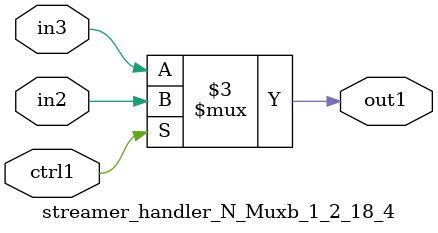
<source format=v>

`timescale 1ps / 1ps


module streamer_handler_N_Muxb_1_2_18_4( in3, in2, ctrl1, out1 );

    input in3;
    input in2;
    input ctrl1;
    output out1;
    reg out1;

    
    // rtl_process:streamer_handler_N_Muxb_1_2_18_4/streamer_handler_N_Muxb_1_2_18_4_thread_1
    always @*
      begin : streamer_handler_N_Muxb_1_2_18_4_thread_1
        case (ctrl1) 
          1'b1: 
            begin
              out1 = in2;
            end
          default: 
            begin
              out1 = in3;
            end
        endcase
      end

endmodule



</source>
